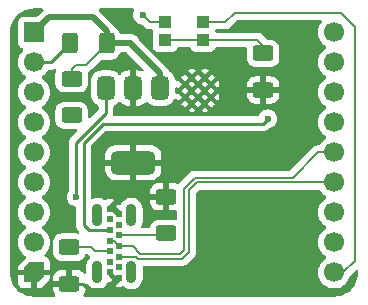
<source format=gbr>
%TF.GenerationSoftware,KiCad,Pcbnew,8.0.4*%
%TF.CreationDate,2024-07-30T16:46:49-04:00*%
%TF.ProjectId,esp32-c3-wroom-socket,65737033-322d-4633-932d-77726f6f6d2d,rev?*%
%TF.SameCoordinates,Original*%
%TF.FileFunction,Copper,L2,Bot*%
%TF.FilePolarity,Positive*%
%FSLAX46Y46*%
G04 Gerber Fmt 4.6, Leading zero omitted, Abs format (unit mm)*
G04 Created by KiCad (PCBNEW 8.0.4) date 2024-07-30 16:46:49*
%MOMM*%
%LPD*%
G01*
G04 APERTURE LIST*
G04 Aperture macros list*
%AMRoundRect*
0 Rectangle with rounded corners*
0 $1 Rounding radius*
0 $2 $3 $4 $5 $6 $7 $8 $9 X,Y pos of 4 corners*
0 Add a 4 corners polygon primitive as box body*
4,1,4,$2,$3,$4,$5,$6,$7,$8,$9,$2,$3,0*
0 Add four circle primitives for the rounded corners*
1,1,$1+$1,$2,$3*
1,1,$1+$1,$4,$5*
1,1,$1+$1,$6,$7*
1,1,$1+$1,$8,$9*
0 Add four rect primitives between the rounded corners*
20,1,$1+$1,$2,$3,$4,$5,0*
20,1,$1+$1,$4,$5,$6,$7,0*
20,1,$1+$1,$6,$7,$8,$9,0*
20,1,$1+$1,$8,$9,$2,$3,0*%
%AMOutline5P*
0 Free polygon, 5 corners , with rotation*
0 The origin of the aperture is its center*
0 number of corners: always 5*
0 $1 to $10 corner X, Y*
0 $11 Rotation angle, in degrees counterclockwise*
0 create outline with 5 corners*
4,1,5,$1,$2,$3,$4,$5,$6,$7,$8,$9,$10,$1,$2,$11*%
%AMOutline6P*
0 Free polygon, 6 corners , with rotation*
0 The origin of the aperture is its center*
0 number of corners: always 6*
0 $1 to $12 corner X, Y*
0 $13 Rotation angle, in degrees counterclockwise*
0 create outline with 6 corners*
4,1,6,$1,$2,$3,$4,$5,$6,$7,$8,$9,$10,$11,$12,$1,$2,$13*%
%AMOutline7P*
0 Free polygon, 7 corners , with rotation*
0 The origin of the aperture is its center*
0 number of corners: always 7*
0 $1 to $14 corner X, Y*
0 $15 Rotation angle, in degrees counterclockwise*
0 create outline with 7 corners*
4,1,7,$1,$2,$3,$4,$5,$6,$7,$8,$9,$10,$11,$12,$13,$14,$1,$2,$15*%
%AMOutline8P*
0 Free polygon, 8 corners , with rotation*
0 The origin of the aperture is its center*
0 number of corners: always 8*
0 $1 to $16 corner X, Y*
0 $17 Rotation angle, in degrees counterclockwise*
0 create outline with 8 corners*
4,1,8,$1,$2,$3,$4,$5,$6,$7,$8,$9,$10,$11,$12,$13,$14,$15,$16,$1,$2,$17*%
G04 Aperture macros list end*
%TA.AperFunction,SMDPad,CuDef*%
%ADD10RoundRect,0.250000X-0.625000X0.400000X-0.625000X-0.400000X0.625000X-0.400000X0.625000X0.400000X0*%
%TD*%
%TA.AperFunction,ComponentPad*%
%ADD11C,0.400000*%
%TD*%
%TA.AperFunction,ComponentPad*%
%ADD12R,1.700000X1.700000*%
%TD*%
%TA.AperFunction,ComponentPad*%
%ADD13C,1.700000*%
%TD*%
%TA.AperFunction,ComponentPad*%
%ADD14Outline6P,-0.850000X0.340000X-0.340000X0.850000X0.850000X0.850000X0.850000X-0.340000X0.340000X-0.850000X-0.850000X-0.850000X0.000000*%
%TD*%
%TA.AperFunction,SMDPad,CuDef*%
%ADD15R,1.117600X1.041400*%
%TD*%
%TA.AperFunction,SMDPad,CuDef*%
%ADD16RoundRect,0.375000X-0.375000X0.625000X-0.375000X-0.625000X0.375000X-0.625000X0.375000X0.625000X0*%
%TD*%
%TA.AperFunction,SMDPad,CuDef*%
%ADD17RoundRect,0.500000X-1.400000X0.500000X-1.400000X-0.500000X1.400000X-0.500000X1.400000X0.500000X0*%
%TD*%
%TA.AperFunction,SMDPad,CuDef*%
%ADD18RoundRect,0.250000X0.400000X0.625000X-0.400000X0.625000X-0.400000X-0.625000X0.400000X-0.625000X0*%
%TD*%
%TA.AperFunction,SMDPad,CuDef*%
%ADD19RoundRect,0.250000X0.625000X-0.400000X0.625000X0.400000X-0.625000X0.400000X-0.625000X-0.400000X0*%
%TD*%
%TA.AperFunction,ComponentPad*%
%ADD20C,0.609600*%
%TD*%
%TA.AperFunction,ComponentPad*%
%ADD21O,0.914400X1.905000*%
%TD*%
%TA.AperFunction,ViaPad*%
%ADD22C,0.600000*%
%TD*%
%TA.AperFunction,Conductor*%
%ADD23C,0.200000*%
%TD*%
%TA.AperFunction,Conductor*%
%ADD24C,0.250000*%
%TD*%
%TA.AperFunction,Conductor*%
%ADD25C,0.500000*%
%TD*%
G04 APERTURE END LIST*
D10*
%TO.P,R8,2*%
%TO.N,GPIO9*%
X147200000Y-66500000D03*
%TO.P,R8,1*%
%TO.N,3V3*%
X147200000Y-63400000D03*
%TD*%
D11*
%TO.P,U1,28,GND__10*%
%TO.N,GND*%
X157350000Y-63300000D03*
%TO.P,U1,29,GND__11*%
X158450000Y-63300000D03*
%TO.P,U1,30,GND__12*%
X156800000Y-63850000D03*
%TO.P,U1,31,GND__13*%
X157900000Y-63850000D03*
%TO.P,U1,32,GND__14*%
X159000000Y-63850000D03*
%TO.P,U1,33,GND__15*%
X157350000Y-64400000D03*
%TO.P,U1,34,GND__16*%
X158450000Y-64400000D03*
%TO.P,U1,35,GND__17*%
X156800000Y-64950000D03*
%TO.P,U1,36,GND__18*%
X157900000Y-64950000D03*
%TO.P,U1,37,GND__19*%
X159000000Y-64950000D03*
%TO.P,U1,38,GND__20*%
X157350000Y-65500000D03*
%TO.P,U1,39,GND__21*%
X158450000Y-65500000D03*
%TD*%
D12*
%TO.P,J2,1*%
%TO.N,3V3*%
X144010000Y-59480000D03*
D13*
%TO.P,J2,2*%
%TO.N,EN*%
X144010000Y-62020000D03*
%TO.P,J2,3*%
%TO.N,GPIO4*%
X144010000Y-64560000D03*
%TO.P,J2,4*%
%TO.N,GPIO5*%
X144010000Y-67100000D03*
%TO.P,J2,5*%
%TO.N,GPIO6*%
X144010000Y-69640000D03*
%TO.P,J2,6*%
%TO.N,GPIO7*%
X144010000Y-72180000D03*
%TO.P,J2,7*%
%TO.N,GPIO8*%
X144010000Y-74720000D03*
%TO.P,J2,8*%
%TO.N,GPIO9*%
X144010000Y-77260000D03*
D14*
%TO.P,J2,9*%
%TO.N,GND*%
X144010000Y-79800000D03*
D13*
%TO.P,J2,10*%
%TO.N,GPIO10*%
X169410000Y-79800000D03*
%TO.P,J2,11*%
%TO.N,UART-RX*%
X169410000Y-77260000D03*
%TO.P,J2,12*%
%TO.N,UART-TX*%
X169410000Y-74720000D03*
%TO.P,J2,13*%
%TO.N,USB_D-*%
X169410000Y-72180000D03*
%TO.P,J2,14*%
%TO.N,USB_D+*%
X169410000Y-69640000D03*
%TO.P,J2,15*%
%TO.N,GPIO3*%
X169410000Y-67100000D03*
%TO.P,J2,16*%
%TO.N,GPIO2*%
X169410000Y-64560000D03*
%TO.P,J2,17*%
%TO.N,GPIO1*%
X169410000Y-62020000D03*
%TO.P,J2,18*%
%TO.N,GPIO0*%
X169410000Y-59480000D03*
%TD*%
D15*
%TO.P,LED1,1,GND*%
%TO.N,Net-(LED1-GND-Pad1)*%
X155109800Y-60100002D03*
%TO.P,LED1,2,RED*%
%TO.N,3V3*%
X155109800Y-58600000D03*
%TO.P,LED1,3,GRN*%
%TO.N,GPIO10*%
X158310200Y-58600000D03*
%TO.P,LED1,4,GND*%
%TO.N,Net-(LED1-GND-Pad1)*%
X158310200Y-60100002D03*
%TD*%
D16*
%TO.P,U2,3,VO*%
%TO.N,3V3*%
X154700000Y-64200000D03*
D17*
%TO.P,U2,2,GND*%
%TO.N,GND*%
X152400000Y-70500000D03*
D16*
X152400000Y-64200000D03*
%TO.P,U2,1,VI*%
%TO.N,VBUS*%
X150100000Y-64200000D03*
%TD*%
D18*
%TO.P,R1,1*%
%TO.N,3V3*%
X150150000Y-60400000D03*
%TO.P,R1,2*%
%TO.N,EN*%
X147050000Y-60400000D03*
%TD*%
D10*
%TO.P,R5,1*%
%TO.N,Net-(J3-CC1)*%
X147000000Y-77650000D03*
%TO.P,R5,2*%
%TO.N,GND*%
X147000000Y-80750000D03*
%TD*%
D19*
%TO.P,R4,1*%
%TO.N,GND*%
X163400000Y-64350000D03*
%TO.P,R4,2*%
%TO.N,Net-(LED1-GND-Pad1)*%
X163400000Y-61250000D03*
%TD*%
D10*
%TO.P,R6,2*%
%TO.N,Net-(J3-CC2)*%
X155200000Y-76500000D03*
%TO.P,R6,1*%
%TO.N,GND*%
X155200000Y-73400000D03*
%TD*%
D20*
%TO.P,J3,A1,GND*%
%TO.N,GND*%
X150419999Y-79799999D03*
%TO.P,J3,A4,VBUS*%
%TO.N,VBUS*%
X150419999Y-78899998D03*
%TO.P,J3,A5,CC1*%
%TO.N,Net-(J3-CC1)*%
X150419999Y-78000000D03*
%TO.P,J3,A6,DP1*%
%TO.N,USB_D+*%
X150419999Y-77099999D03*
%TO.P,J3,A7,DN1*%
%TO.N,USB_D-*%
X150419999Y-76199999D03*
%TO.P,J3,A9,VBUS*%
%TO.N,VBUS*%
X150419999Y-75300000D03*
%TO.P,J3,A12,GND*%
%TO.N,GND*%
X150419999Y-74400000D03*
%TO.P,J3,B1,GND*%
X151200000Y-74850000D03*
%TO.P,J3,B4,VBUS*%
%TO.N,VBUS*%
X151200000Y-75750000D03*
%TO.P,J3,B5,CC2*%
%TO.N,Net-(J3-CC2)*%
X151200000Y-76650000D03*
%TO.P,J3,B6,DP2*%
%TO.N,USB_D+*%
X151200000Y-77550000D03*
%TO.P,J3,B7,DN2*%
%TO.N,USB_D-*%
X151200000Y-78450000D03*
%TO.P,J3,B9,VBUS*%
%TO.N,VBUS*%
X151200000Y-79350000D03*
%TO.P,J3,B12,GND*%
%TO.N,GND*%
X151200000Y-80250000D03*
D21*
%TO.P,J3,S_1*%
%TO.N,N/C*%
X149379999Y-79749999D03*
%TO.P,J3,S_2*%
X152239999Y-79749999D03*
%TO.P,J3,S_3*%
X149379999Y-74950000D03*
%TO.P,J3,S_4*%
X152239999Y-74950000D03*
%TD*%
D22*
%TO.N,GND*%
X151000000Y-68400000D03*
X153400000Y-68400000D03*
X152600000Y-68400000D03*
X151800000Y-68400000D03*
%TO.N,3V3*%
X152150000Y-60400000D03*
%TO.N,GND*%
X163000000Y-74600000D03*
X157800000Y-68600000D03*
X161400000Y-74600000D03*
X159400000Y-68600000D03*
X154000000Y-81200000D03*
X155200000Y-81200000D03*
X158600000Y-68600000D03*
X162200000Y-74600000D03*
X160200000Y-68600000D03*
%TO.N,VBUS*%
X147575000Y-73400000D03*
%TO.N,USB_D-*%
X163800000Y-66800000D03*
%TO.N,3V3*%
X153200000Y-58000000D03*
%TD*%
D23*
%TO.N,Net-(J3-CC2)*%
X151200000Y-76650000D02*
X155050000Y-76650000D01*
X155050000Y-76650000D02*
X155200000Y-76500000D01*
D24*
%TO.N,VBUS*%
X147575000Y-68825000D02*
X150100000Y-66300000D01*
X147575000Y-73400000D02*
X147575000Y-68825000D01*
X150100000Y-66300000D02*
X150100000Y-64200000D01*
%TO.N,USB_D-*%
X150392498Y-76227500D02*
X150419999Y-76199999D01*
X148627500Y-76227500D02*
X150392498Y-76227500D01*
X149836396Y-67200000D02*
X148200000Y-68836396D01*
X148200000Y-68836396D02*
X148200000Y-75800000D01*
X163400000Y-67200000D02*
X149836396Y-67200000D01*
X163800000Y-66800000D02*
X163400000Y-67200000D01*
X148200000Y-75800000D02*
X148627500Y-76227500D01*
D23*
%TO.N,3V3*%
X150150000Y-60450000D02*
X150150000Y-60400000D01*
X148400000Y-62200000D02*
X150150000Y-60450000D01*
X147600000Y-62200000D02*
X148400000Y-62200000D01*
X147200000Y-62600000D02*
X147600000Y-62200000D01*
X147200000Y-63850000D02*
X147200000Y-62600000D01*
D25*
X152150000Y-60400000D02*
X150150000Y-60400000D01*
X154700000Y-62950000D02*
X152150000Y-60400000D01*
X154700000Y-64200000D02*
X154700000Y-62950000D01*
X150150000Y-59350000D02*
X149000000Y-58200000D01*
X150150000Y-60400000D02*
X150150000Y-59350000D01*
X149000000Y-58200000D02*
X145290000Y-58200000D01*
X145290000Y-58200000D02*
X144010000Y-59480000D01*
D24*
%TO.N,EN*%
X145430000Y-62020000D02*
X144010000Y-62020000D01*
X147050000Y-60400000D02*
X145430000Y-62020000D01*
D23*
%TO.N,Net-(LED1-GND-Pad1)*%
X163400000Y-60600000D02*
X163400000Y-61250000D01*
X162900002Y-60100002D02*
X163400000Y-60600000D01*
X158310200Y-60100002D02*
X162900002Y-60100002D01*
%TO.N,3V3*%
X153800000Y-58600000D02*
X153200000Y-58000000D01*
X155109800Y-58600000D02*
X153800000Y-58600000D01*
%TO.N,GPIO10*%
X171200000Y-59000000D02*
X170000000Y-57800000D01*
X161000000Y-57800000D02*
X160200000Y-58600000D01*
X171200000Y-78800000D02*
X171200000Y-59000000D01*
X170200000Y-79800000D02*
X171200000Y-78800000D01*
X160200000Y-58600000D02*
X158310200Y-58600000D01*
X169410000Y-79800000D02*
X170200000Y-79800000D01*
X170000000Y-57800000D02*
X161000000Y-57800000D01*
D24*
%TO.N,GND*%
X150419999Y-79799999D02*
X150870000Y-80250000D01*
D25*
X151200000Y-74850000D02*
X150750000Y-74400000D01*
D24*
X148150000Y-80750000D02*
X147000000Y-80750000D01*
X150250000Y-81200000D02*
X148600000Y-81200000D01*
D25*
X147402499Y-81152499D02*
X147000000Y-80750000D01*
D24*
X151200000Y-80250000D02*
X150250000Y-81200000D01*
X148600000Y-81200000D02*
X148150000Y-80750000D01*
X150870000Y-80250000D02*
X151200000Y-80250000D01*
D25*
X150750000Y-74400000D02*
X150419999Y-74400000D01*
D23*
%TO.N,USB_D+*%
X150749999Y-77099999D02*
X151200000Y-77550000D01*
X165920000Y-71780000D02*
X168060000Y-69640000D01*
X153000000Y-78200000D02*
X156400000Y-78200000D01*
X156400000Y-78200000D02*
X156700000Y-77900000D01*
X156700000Y-72700000D02*
X157620000Y-71780000D01*
X151200000Y-77550000D02*
X152350000Y-77550000D01*
X157620000Y-71780000D02*
X165920000Y-71780000D01*
X156700000Y-77900000D02*
X156700000Y-72700000D01*
X152350000Y-77550000D02*
X153000000Y-78200000D01*
X150419999Y-77099999D02*
X150749999Y-77099999D01*
X168060000Y-69640000D02*
X169410000Y-69640000D01*
%TO.N,USB_D-*%
X157125000Y-73255000D02*
X157125000Y-72840686D01*
X151200000Y-78450000D02*
X152648959Y-78450000D01*
X156576041Y-78625000D02*
X157125000Y-78076041D01*
X157785686Y-72180000D02*
X169410000Y-72180000D01*
X157125000Y-78076041D02*
X157125000Y-73255000D01*
X152823959Y-78625000D02*
X156576041Y-78625000D01*
X152648959Y-78450000D02*
X152823959Y-78625000D01*
X157125000Y-72840686D02*
X157785686Y-72180000D01*
%TO.N,3V3*%
X144030000Y-59500000D02*
X144010000Y-59480000D01*
%TO.N,Net-(LED1-GND-Pad1)*%
X155109800Y-60100002D02*
X158310200Y-60100002D01*
%TO.N,Net-(J3-CC1)*%
X150419999Y-78000000D02*
X149200000Y-78000000D01*
X149200000Y-78000000D02*
X148850000Y-77650000D01*
X148850000Y-77650000D02*
X147000000Y-77650000D01*
%TD*%
%TA.AperFunction,Conductor*%
%TO.N,GND*%
G36*
X144755809Y-57460185D02*
G01*
X144801564Y-57512989D01*
X144811508Y-57582147D01*
X144782483Y-57645703D01*
X144776451Y-57652181D01*
X144335450Y-58093181D01*
X144274127Y-58126666D01*
X144247769Y-58129500D01*
X143112129Y-58129500D01*
X143112123Y-58129501D01*
X143052516Y-58135908D01*
X142917671Y-58186202D01*
X142917664Y-58186206D01*
X142802455Y-58272452D01*
X142802452Y-58272455D01*
X142716206Y-58387664D01*
X142716202Y-58387671D01*
X142665908Y-58522517D01*
X142659501Y-58582116D01*
X142659500Y-58582135D01*
X142659500Y-60377870D01*
X142659501Y-60377876D01*
X142665908Y-60437483D01*
X142716202Y-60572328D01*
X142716206Y-60572335D01*
X142802452Y-60687544D01*
X142802455Y-60687547D01*
X142917664Y-60773793D01*
X142917671Y-60773797D01*
X143049081Y-60822810D01*
X143105015Y-60864681D01*
X143129432Y-60930145D01*
X143114580Y-60998418D01*
X143093430Y-61026673D01*
X142971503Y-61148600D01*
X142835965Y-61342169D01*
X142835964Y-61342171D01*
X142736098Y-61556335D01*
X142736094Y-61556344D01*
X142674938Y-61784586D01*
X142674936Y-61784596D01*
X142654341Y-62019999D01*
X142654341Y-62020000D01*
X142674936Y-62255403D01*
X142674938Y-62255413D01*
X142736094Y-62483655D01*
X142736096Y-62483659D01*
X142736097Y-62483663D01*
X142827893Y-62680519D01*
X142835965Y-62697830D01*
X142835967Y-62697834D01*
X142895713Y-62783159D01*
X142971501Y-62891396D01*
X142971506Y-62891402D01*
X143138597Y-63058493D01*
X143138603Y-63058498D01*
X143324158Y-63188425D01*
X143367783Y-63243002D01*
X143374977Y-63312500D01*
X143343454Y-63374855D01*
X143324158Y-63391575D01*
X143138597Y-63521505D01*
X142971505Y-63688597D01*
X142835965Y-63882169D01*
X142835964Y-63882171D01*
X142736098Y-64096335D01*
X142736094Y-64096344D01*
X142674938Y-64324586D01*
X142674936Y-64324596D01*
X142654341Y-64559999D01*
X142654341Y-64560000D01*
X142674936Y-64795403D01*
X142674938Y-64795413D01*
X142736094Y-65023655D01*
X142736096Y-65023659D01*
X142736097Y-65023663D01*
X142820500Y-65204665D01*
X142835965Y-65237830D01*
X142835967Y-65237834D01*
X142930497Y-65372836D01*
X142960150Y-65415185D01*
X142971501Y-65431395D01*
X142971506Y-65431402D01*
X143138597Y-65598493D01*
X143138603Y-65598498D01*
X143324158Y-65728425D01*
X143367783Y-65783002D01*
X143374977Y-65852500D01*
X143343454Y-65914855D01*
X143324158Y-65931575D01*
X143138597Y-66061505D01*
X142971505Y-66228597D01*
X142835965Y-66422169D01*
X142835964Y-66422171D01*
X142736098Y-66636335D01*
X142736094Y-66636344D01*
X142674938Y-66864586D01*
X142674936Y-66864596D01*
X142654341Y-67099999D01*
X142654341Y-67100000D01*
X142674936Y-67335403D01*
X142674938Y-67335413D01*
X142736094Y-67563655D01*
X142736096Y-67563659D01*
X142736097Y-67563663D01*
X142793077Y-67685857D01*
X142835965Y-67777830D01*
X142835967Y-67777834D01*
X142971501Y-67971395D01*
X142971506Y-67971402D01*
X143138597Y-68138493D01*
X143138603Y-68138498D01*
X143324158Y-68268425D01*
X143367783Y-68323002D01*
X143374977Y-68392500D01*
X143343454Y-68454855D01*
X143324158Y-68471575D01*
X143138597Y-68601505D01*
X142971505Y-68768597D01*
X142835965Y-68962169D01*
X142835964Y-68962171D01*
X142736098Y-69176335D01*
X142736094Y-69176344D01*
X142674938Y-69404586D01*
X142674936Y-69404596D01*
X142654341Y-69639999D01*
X142654341Y-69640000D01*
X142674936Y-69875403D01*
X142674938Y-69875413D01*
X142736094Y-70103655D01*
X142736096Y-70103659D01*
X142736097Y-70103663D01*
X142804335Y-70250000D01*
X142835965Y-70317830D01*
X142835967Y-70317834D01*
X142918848Y-70436199D01*
X142971501Y-70511396D01*
X142971506Y-70511402D01*
X143138597Y-70678493D01*
X143138603Y-70678498D01*
X143324158Y-70808425D01*
X143367783Y-70863002D01*
X143374977Y-70932500D01*
X143343454Y-70994855D01*
X143324158Y-71011575D01*
X143138597Y-71141505D01*
X142971505Y-71308597D01*
X142835965Y-71502169D01*
X142835964Y-71502171D01*
X142736098Y-71716335D01*
X142736094Y-71716344D01*
X142674938Y-71944586D01*
X142674936Y-71944596D01*
X142654341Y-72179999D01*
X142654341Y-72180000D01*
X142674936Y-72415403D01*
X142674938Y-72415413D01*
X142736094Y-72643655D01*
X142736096Y-72643659D01*
X142736097Y-72643663D01*
X142801227Y-72783334D01*
X142835965Y-72857830D01*
X142835967Y-72857834D01*
X142880279Y-72921117D01*
X142970857Y-73050476D01*
X142971501Y-73051395D01*
X142971506Y-73051402D01*
X143138597Y-73218493D01*
X143138603Y-73218498D01*
X143324158Y-73348425D01*
X143367783Y-73403002D01*
X143374977Y-73472500D01*
X143343454Y-73534855D01*
X143324158Y-73551575D01*
X143138597Y-73681505D01*
X142971505Y-73848597D01*
X142835965Y-74042169D01*
X142835964Y-74042171D01*
X142736098Y-74256335D01*
X142736094Y-74256344D01*
X142674938Y-74484586D01*
X142674936Y-74484596D01*
X142654341Y-74719999D01*
X142654341Y-74720000D01*
X142674936Y-74955403D01*
X142674938Y-74955413D01*
X142736094Y-75183655D01*
X142736096Y-75183659D01*
X142736097Y-75183663D01*
X142760092Y-75235120D01*
X142835965Y-75397830D01*
X142835967Y-75397834D01*
X142971501Y-75591395D01*
X142971506Y-75591402D01*
X143138597Y-75758493D01*
X143138603Y-75758498D01*
X143324158Y-75888425D01*
X143367783Y-75943002D01*
X143374977Y-76012500D01*
X143343454Y-76074855D01*
X143324158Y-76091575D01*
X143138597Y-76221505D01*
X142971505Y-76388597D01*
X142835965Y-76582169D01*
X142835964Y-76582171D01*
X142736098Y-76796335D01*
X142736094Y-76796344D01*
X142674938Y-77024586D01*
X142674936Y-77024596D01*
X142654341Y-77259999D01*
X142654341Y-77260000D01*
X142674936Y-77495403D01*
X142674938Y-77495413D01*
X142736094Y-77723655D01*
X142736096Y-77723659D01*
X142736097Y-77723663D01*
X142820500Y-77904665D01*
X142835965Y-77937830D01*
X142835967Y-77937834D01*
X142877385Y-77996984D01*
X142971505Y-78131401D01*
X143138599Y-78298495D01*
X143250843Y-78377089D01*
X143297395Y-78409685D01*
X143341019Y-78464262D01*
X143348212Y-78533761D01*
X143316690Y-78596115D01*
X143313952Y-78598941D01*
X142777504Y-79135389D01*
X142777492Y-79135403D01*
X142725570Y-79202241D01*
X142725570Y-79202242D01*
X142670549Y-79335075D01*
X142660000Y-79419058D01*
X142660000Y-79550000D01*
X143576988Y-79550000D01*
X143544075Y-79607007D01*
X143510000Y-79734174D01*
X143510000Y-79865826D01*
X143544075Y-79992993D01*
X143576988Y-80050000D01*
X142660000Y-80050000D01*
X142660000Y-80697844D01*
X142666401Y-80757372D01*
X142666403Y-80757379D01*
X142716645Y-80892086D01*
X142716649Y-80892093D01*
X142802809Y-81007187D01*
X142802812Y-81007190D01*
X142917906Y-81093350D01*
X142917913Y-81093354D01*
X143052620Y-81143596D01*
X143052627Y-81143598D01*
X143112155Y-81149999D01*
X143112172Y-81150000D01*
X143760000Y-81150000D01*
X143760000Y-80233012D01*
X143817007Y-80265925D01*
X143944174Y-80300000D01*
X144075826Y-80300000D01*
X144202993Y-80265925D01*
X144260000Y-80233012D01*
X144260000Y-81150000D01*
X144390942Y-81150000D01*
X144390943Y-81149999D01*
X144474925Y-81139450D01*
X144607758Y-81084429D01*
X144674596Y-81032507D01*
X144674609Y-81032496D01*
X145242496Y-80464609D01*
X145242507Y-80464596D01*
X145294429Y-80397758D01*
X145294429Y-80397757D01*
X145334916Y-80300013D01*
X145625000Y-80300013D01*
X145625000Y-80500000D01*
X146750000Y-80500000D01*
X146750000Y-79600000D01*
X146325028Y-79600000D01*
X146325012Y-79600001D01*
X146222302Y-79610494D01*
X146055880Y-79665641D01*
X146055875Y-79665643D01*
X145906654Y-79757684D01*
X145782684Y-79881654D01*
X145690643Y-80030875D01*
X145690641Y-80030880D01*
X145635494Y-80197302D01*
X145635493Y-80197309D01*
X145625000Y-80300013D01*
X145334916Y-80300013D01*
X145349450Y-80264924D01*
X145359999Y-80180941D01*
X145360000Y-80180935D01*
X145360000Y-80050000D01*
X144443012Y-80050000D01*
X144475925Y-79992993D01*
X144510000Y-79865826D01*
X144510000Y-79734174D01*
X144475925Y-79607007D01*
X144443012Y-79550000D01*
X145360000Y-79550000D01*
X145360000Y-78902172D01*
X145359999Y-78902155D01*
X145353598Y-78842627D01*
X145353596Y-78842620D01*
X145303354Y-78707913D01*
X145303350Y-78707906D01*
X145217190Y-78592812D01*
X145217187Y-78592809D01*
X145102093Y-78506649D01*
X145102088Y-78506646D01*
X144970528Y-78457577D01*
X144914595Y-78415705D01*
X144890178Y-78350241D01*
X144905030Y-78281968D01*
X144926175Y-78253720D01*
X145048495Y-78131401D01*
X145184035Y-77937830D01*
X145283903Y-77723663D01*
X145345063Y-77495408D01*
X145365659Y-77260000D01*
X145364855Y-77250816D01*
X145353354Y-77119358D01*
X145345063Y-77024592D01*
X145283903Y-76796337D01*
X145184035Y-76582171D01*
X145172142Y-76565185D01*
X145048494Y-76388597D01*
X144881402Y-76221506D01*
X144881396Y-76221501D01*
X144695842Y-76091575D01*
X144652217Y-76036998D01*
X144645023Y-75967500D01*
X144676546Y-75905145D01*
X144695842Y-75888425D01*
X144734145Y-75861605D01*
X144881401Y-75758495D01*
X145048495Y-75591401D01*
X145184035Y-75397830D01*
X145283903Y-75183663D01*
X145345063Y-74955408D01*
X145365659Y-74720000D01*
X145345063Y-74484592D01*
X145289643Y-74277760D01*
X145283905Y-74256344D01*
X145283904Y-74256343D01*
X145283903Y-74256337D01*
X145184035Y-74042171D01*
X145182078Y-74039375D01*
X145048494Y-73848597D01*
X144881402Y-73681506D01*
X144881396Y-73681501D01*
X144695842Y-73551575D01*
X144652217Y-73496998D01*
X144645023Y-73427500D01*
X144676546Y-73365145D01*
X144695842Y-73348425D01*
X144718026Y-73332891D01*
X144881401Y-73218495D01*
X145048495Y-73051401D01*
X145184035Y-72857830D01*
X145283903Y-72643663D01*
X145345063Y-72415408D01*
X145365659Y-72180000D01*
X145345063Y-71944592D01*
X145283903Y-71716337D01*
X145184035Y-71502171D01*
X145184034Y-71502169D01*
X145048494Y-71308597D01*
X144881402Y-71141506D01*
X144881396Y-71141501D01*
X144695842Y-71011575D01*
X144652217Y-70956998D01*
X144645023Y-70887500D01*
X144676546Y-70825145D01*
X144695842Y-70808425D01*
X144779281Y-70750000D01*
X144881401Y-70678495D01*
X145048495Y-70511401D01*
X145184035Y-70317830D01*
X145283903Y-70103663D01*
X145345063Y-69875408D01*
X145365659Y-69640000D01*
X145345063Y-69404592D01*
X145283903Y-69176337D01*
X145184035Y-68962171D01*
X145184034Y-68962169D01*
X145048494Y-68768597D01*
X144881402Y-68601506D01*
X144881396Y-68601501D01*
X144695842Y-68471575D01*
X144652217Y-68416998D01*
X144645023Y-68347500D01*
X144676546Y-68285145D01*
X144695842Y-68268425D01*
X144718026Y-68252891D01*
X144881401Y-68138495D01*
X145048495Y-67971401D01*
X145184035Y-67777830D01*
X145283903Y-67563663D01*
X145345063Y-67335408D01*
X145365659Y-67100000D01*
X145345063Y-66864592D01*
X145283903Y-66636337D01*
X145184035Y-66422171D01*
X145169395Y-66401262D01*
X145048494Y-66228597D01*
X144881402Y-66061506D01*
X144881396Y-66061501D01*
X144695842Y-65931575D01*
X144652217Y-65876998D01*
X144645023Y-65807500D01*
X144676546Y-65745145D01*
X144695842Y-65728425D01*
X144736437Y-65700000D01*
X144881401Y-65598495D01*
X145048495Y-65431401D01*
X145184035Y-65237830D01*
X145283903Y-65023663D01*
X145345063Y-64795408D01*
X145365659Y-64560000D01*
X145364830Y-64550530D01*
X145351023Y-64392712D01*
X145345063Y-64324592D01*
X145292047Y-64126730D01*
X145283905Y-64096344D01*
X145283904Y-64096343D01*
X145283903Y-64096337D01*
X145184035Y-63882171D01*
X145161515Y-63850008D01*
X145048494Y-63688597D01*
X144881402Y-63521506D01*
X144881396Y-63521501D01*
X144695842Y-63391575D01*
X144652217Y-63336998D01*
X144645023Y-63267500D01*
X144676546Y-63205145D01*
X144695842Y-63188425D01*
X144718105Y-63172836D01*
X144881401Y-63058495D01*
X145048495Y-62891401D01*
X145183652Y-62698377D01*
X145238229Y-62654752D01*
X145285227Y-62645500D01*
X145491607Y-62645500D01*
X145552029Y-62633481D01*
X145612452Y-62621463D01*
X145612455Y-62621461D01*
X145612458Y-62621461D01*
X145645787Y-62607654D01*
X145645786Y-62607654D01*
X145645792Y-62607652D01*
X145706699Y-62582424D01*
X145776166Y-62574958D01*
X145838645Y-62606234D01*
X145874296Y-62666324D01*
X145871853Y-62735991D01*
X145835001Y-62847203D01*
X145835000Y-62847204D01*
X145824500Y-62949983D01*
X145824500Y-63850001D01*
X145824501Y-63850019D01*
X145835000Y-63952796D01*
X145835001Y-63952799D01*
X145890185Y-64119331D01*
X145890187Y-64119336D01*
X145925069Y-64175888D01*
X145982288Y-64268656D01*
X146106344Y-64392712D01*
X146255666Y-64484814D01*
X146422203Y-64539999D01*
X146524991Y-64550500D01*
X147875008Y-64550499D01*
X147977797Y-64539999D01*
X148144334Y-64484814D01*
X148293656Y-64392712D01*
X148417712Y-64268656D01*
X148509814Y-64119334D01*
X148564999Y-63952797D01*
X148575500Y-63850009D01*
X148575499Y-62949992D01*
X148568423Y-62880722D01*
X148581193Y-62812030D01*
X148629073Y-62761145D01*
X148629778Y-62760736D01*
X148681899Y-62730642D01*
X148681904Y-62730639D01*
X148768716Y-62680520D01*
X148880520Y-62568716D01*
X148880520Y-62568714D01*
X148890728Y-62558507D01*
X148890729Y-62558504D01*
X149637419Y-61811815D01*
X149698738Y-61778333D01*
X149725086Y-61775499D01*
X150600008Y-61775499D01*
X150600016Y-61775498D01*
X150600019Y-61775498D01*
X150656302Y-61769748D01*
X150702797Y-61764999D01*
X150869334Y-61709814D01*
X151018656Y-61617712D01*
X151142712Y-61493656D01*
X151234814Y-61344334D01*
X151270879Y-61235494D01*
X151310652Y-61178051D01*
X151375167Y-61151228D01*
X151388585Y-61150500D01*
X151787770Y-61150500D01*
X151854809Y-61170185D01*
X151875451Y-61186819D01*
X152750948Y-62062316D01*
X153255812Y-62567179D01*
X153289297Y-62628502D01*
X153284313Y-62698194D01*
X153242441Y-62754127D01*
X153176977Y-62778544D01*
X153113037Y-62765949D01*
X153078519Y-62748830D01*
X152893824Y-62702897D01*
X152851097Y-62700000D01*
X152650000Y-62700000D01*
X152650000Y-65700000D01*
X152851097Y-65700000D01*
X152893824Y-65697102D01*
X153078523Y-65651168D01*
X153249022Y-65566609D01*
X153249025Y-65566607D01*
X153397366Y-65447367D01*
X153397367Y-65447366D01*
X153453033Y-65378115D01*
X153510376Y-65338196D01*
X153580198Y-65335616D01*
X153640331Y-65371194D01*
X153646305Y-65378089D01*
X153702278Y-65447722D01*
X153702280Y-65447724D01*
X153850704Y-65567030D01*
X153850707Y-65567032D01*
X154021302Y-65651639D01*
X154021303Y-65651639D01*
X154021307Y-65651641D01*
X154206111Y-65697600D01*
X154248877Y-65700500D01*
X155151122Y-65700499D01*
X155193889Y-65697600D01*
X155378693Y-65651641D01*
X155549296Y-65567030D01*
X155550825Y-65565801D01*
X156467039Y-65565801D01*
X156549953Y-65609317D01*
X156589193Y-65618989D01*
X156649574Y-65654144D01*
X156675461Y-65695414D01*
X156725629Y-65827694D01*
X156731277Y-65835878D01*
X157067157Y-65500000D01*
X157067157Y-65499999D01*
X157037321Y-65470163D01*
X157200000Y-65470163D01*
X157200000Y-65529837D01*
X157222836Y-65584968D01*
X157265032Y-65627164D01*
X157320163Y-65650000D01*
X157379837Y-65650000D01*
X157434968Y-65627164D01*
X157477164Y-65584968D01*
X157500000Y-65529837D01*
X157500000Y-65500000D01*
X157632843Y-65500000D01*
X157900000Y-65767157D01*
X158167157Y-65500000D01*
X158137320Y-65470163D01*
X158300000Y-65470163D01*
X158300000Y-65529837D01*
X158322836Y-65584968D01*
X158365032Y-65627164D01*
X158420163Y-65650000D01*
X158479837Y-65650000D01*
X158534968Y-65627164D01*
X158577164Y-65584968D01*
X158600000Y-65529837D01*
X158600000Y-65500000D01*
X158732843Y-65500000D01*
X159068721Y-65835879D01*
X159074371Y-65827693D01*
X159124538Y-65695415D01*
X159166716Y-65639712D01*
X159210807Y-65618989D01*
X159250043Y-65609318D01*
X159332959Y-65565801D01*
X159000000Y-65232843D01*
X158732843Y-65500000D01*
X158600000Y-65500000D01*
X158600000Y-65470163D01*
X158577164Y-65415032D01*
X158534968Y-65372836D01*
X158479837Y-65350000D01*
X158420163Y-65350000D01*
X158365032Y-65372836D01*
X158322836Y-65415032D01*
X158300000Y-65470163D01*
X158137320Y-65470163D01*
X157900000Y-65232843D01*
X157632843Y-65500000D01*
X157500000Y-65500000D01*
X157500000Y-65470163D01*
X157477164Y-65415032D01*
X157434968Y-65372836D01*
X157379837Y-65350000D01*
X157320163Y-65350000D01*
X157265032Y-65372836D01*
X157222836Y-65415032D01*
X157200000Y-65470163D01*
X157037321Y-65470163D01*
X156800001Y-65232843D01*
X156800000Y-65232843D01*
X156467039Y-65565801D01*
X155550825Y-65565801D01*
X155697722Y-65447722D01*
X155817030Y-65299296D01*
X155898620Y-65134783D01*
X155946038Y-65083474D01*
X156013673Y-65065944D01*
X156080049Y-65087764D01*
X156124091Y-65142005D01*
X156125648Y-65145909D01*
X156175629Y-65277694D01*
X156181277Y-65285878D01*
X156517157Y-64950000D01*
X156517157Y-64949999D01*
X156487321Y-64920163D01*
X156650000Y-64920163D01*
X156650000Y-64979837D01*
X156672836Y-65034968D01*
X156715032Y-65077164D01*
X156770163Y-65100000D01*
X156829837Y-65100000D01*
X156884968Y-65077164D01*
X156927164Y-65034968D01*
X156950000Y-64979837D01*
X156950000Y-64950000D01*
X157082843Y-64950000D01*
X157350000Y-65217157D01*
X157617157Y-64950000D01*
X157587320Y-64920163D01*
X157750000Y-64920163D01*
X157750000Y-64979837D01*
X157772836Y-65034968D01*
X157815032Y-65077164D01*
X157870163Y-65100000D01*
X157929837Y-65100000D01*
X157984968Y-65077164D01*
X158027164Y-65034968D01*
X158050000Y-64979837D01*
X158050000Y-64950000D01*
X158182843Y-64950000D01*
X158450000Y-65217157D01*
X158717157Y-64950000D01*
X158687320Y-64920163D01*
X158850000Y-64920163D01*
X158850000Y-64979837D01*
X158872836Y-65034968D01*
X158915032Y-65077164D01*
X158970163Y-65100000D01*
X159029837Y-65100000D01*
X159084968Y-65077164D01*
X159127164Y-65034968D01*
X159150000Y-64979837D01*
X159150000Y-64949999D01*
X159282843Y-64949999D01*
X159282843Y-64950001D01*
X159618721Y-65285879D01*
X159624370Y-65277694D01*
X159684650Y-65118751D01*
X159684651Y-65118748D01*
X159705141Y-64950000D01*
X159705141Y-64949999D01*
X159686926Y-64799986D01*
X162025001Y-64799986D01*
X162035494Y-64902697D01*
X162090641Y-65069119D01*
X162090643Y-65069124D01*
X162182684Y-65218345D01*
X162306654Y-65342315D01*
X162455875Y-65434356D01*
X162455880Y-65434358D01*
X162622302Y-65489505D01*
X162622309Y-65489506D01*
X162725019Y-65499999D01*
X163149999Y-65499999D01*
X163650000Y-65499999D01*
X164074972Y-65499999D01*
X164074986Y-65499998D01*
X164177697Y-65489505D01*
X164344119Y-65434358D01*
X164344124Y-65434356D01*
X164493345Y-65342315D01*
X164617315Y-65218345D01*
X164709356Y-65069124D01*
X164709358Y-65069119D01*
X164764505Y-64902697D01*
X164764506Y-64902690D01*
X164774999Y-64799986D01*
X164775000Y-64799973D01*
X164775000Y-64600000D01*
X163650000Y-64600000D01*
X163650000Y-65499999D01*
X163149999Y-65499999D01*
X163150000Y-65499998D01*
X163150000Y-64600000D01*
X162025001Y-64600000D01*
X162025001Y-64799986D01*
X159686926Y-64799986D01*
X159684651Y-64781251D01*
X159684650Y-64781245D01*
X159624371Y-64622305D01*
X159618722Y-64614120D01*
X159282843Y-64949999D01*
X159150000Y-64949999D01*
X159150000Y-64920163D01*
X159127164Y-64865032D01*
X159084968Y-64822836D01*
X159029837Y-64800000D01*
X158970163Y-64800000D01*
X158915032Y-64822836D01*
X158872836Y-64865032D01*
X158850000Y-64920163D01*
X158687320Y-64920163D01*
X158450000Y-64682843D01*
X158182843Y-64950000D01*
X158050000Y-64950000D01*
X158050000Y-64920163D01*
X158027164Y-64865032D01*
X157984968Y-64822836D01*
X157929837Y-64800000D01*
X157870163Y-64800000D01*
X157815032Y-64822836D01*
X157772836Y-64865032D01*
X157750000Y-64920163D01*
X157587320Y-64920163D01*
X157350000Y-64682843D01*
X157082843Y-64950000D01*
X156950000Y-64950000D01*
X156950000Y-64920163D01*
X156927164Y-64865032D01*
X156884968Y-64822836D01*
X156829837Y-64800000D01*
X156770163Y-64800000D01*
X156715032Y-64822836D01*
X156672836Y-64865032D01*
X156650000Y-64920163D01*
X156487321Y-64920163D01*
X156181277Y-64614119D01*
X156181276Y-64614119D01*
X156176558Y-64620957D01*
X156122281Y-64664954D01*
X156052833Y-64672623D01*
X155990264Y-64641527D01*
X155954439Y-64581541D01*
X155950499Y-64550535D01*
X155950499Y-64400000D01*
X156532843Y-64400000D01*
X156800000Y-64667157D01*
X157067157Y-64400000D01*
X157037320Y-64370163D01*
X157200000Y-64370163D01*
X157200000Y-64429837D01*
X157222836Y-64484968D01*
X157265032Y-64527164D01*
X157320163Y-64550000D01*
X157379837Y-64550000D01*
X157434968Y-64527164D01*
X157477164Y-64484968D01*
X157500000Y-64429837D01*
X157500000Y-64400000D01*
X157632843Y-64400000D01*
X157900000Y-64667157D01*
X158167157Y-64400000D01*
X158137320Y-64370163D01*
X158300000Y-64370163D01*
X158300000Y-64429837D01*
X158322836Y-64484968D01*
X158365032Y-64527164D01*
X158420163Y-64550000D01*
X158479837Y-64550000D01*
X158534968Y-64527164D01*
X158577164Y-64484968D01*
X158600000Y-64429837D01*
X158600000Y-64400000D01*
X158732843Y-64400000D01*
X159000000Y-64667157D01*
X159267157Y-64400000D01*
X159000000Y-64132843D01*
X158732843Y-64400000D01*
X158600000Y-64400000D01*
X158600000Y-64370163D01*
X158577164Y-64315032D01*
X158534968Y-64272836D01*
X158479837Y-64250000D01*
X158420163Y-64250000D01*
X158365032Y-64272836D01*
X158322836Y-64315032D01*
X158300000Y-64370163D01*
X158137320Y-64370163D01*
X157900000Y-64132843D01*
X157632843Y-64400000D01*
X157500000Y-64400000D01*
X157500000Y-64370163D01*
X157477164Y-64315032D01*
X157434968Y-64272836D01*
X157379837Y-64250000D01*
X157320163Y-64250000D01*
X157265032Y-64272836D01*
X157222836Y-64315032D01*
X157200000Y-64370163D01*
X157037320Y-64370163D01*
X156800000Y-64132843D01*
X156532843Y-64400000D01*
X155950499Y-64400000D01*
X155950499Y-64249466D01*
X155970184Y-64182429D01*
X156022988Y-64136674D01*
X156092146Y-64126730D01*
X156155702Y-64155755D01*
X156176555Y-64179036D01*
X156181277Y-64185878D01*
X156517157Y-63850000D01*
X156517157Y-63849999D01*
X156487321Y-63820163D01*
X156650000Y-63820163D01*
X156650000Y-63879837D01*
X156672836Y-63934968D01*
X156715032Y-63977164D01*
X156770163Y-64000000D01*
X156829837Y-64000000D01*
X156884968Y-63977164D01*
X156927164Y-63934968D01*
X156950000Y-63879837D01*
X156950000Y-63850000D01*
X157082843Y-63850000D01*
X157350000Y-64117157D01*
X157617157Y-63850000D01*
X157587320Y-63820163D01*
X157750000Y-63820163D01*
X157750000Y-63879837D01*
X157772836Y-63934968D01*
X157815032Y-63977164D01*
X157870163Y-64000000D01*
X157929837Y-64000000D01*
X157984968Y-63977164D01*
X158027164Y-63934968D01*
X158050000Y-63879837D01*
X158050000Y-63850000D01*
X158182843Y-63850000D01*
X158450000Y-64117157D01*
X158717157Y-63850000D01*
X158687320Y-63820163D01*
X158850000Y-63820163D01*
X158850000Y-63879837D01*
X158872836Y-63934968D01*
X158915032Y-63977164D01*
X158970163Y-64000000D01*
X159029837Y-64000000D01*
X159084968Y-63977164D01*
X159127164Y-63934968D01*
X159150000Y-63879837D01*
X159150000Y-63849999D01*
X159282843Y-63849999D01*
X159282843Y-63850001D01*
X159618721Y-64185879D01*
X159624370Y-64177694D01*
X159684650Y-64018751D01*
X159684651Y-64018748D01*
X159699068Y-63900013D01*
X162025000Y-63900013D01*
X162025000Y-64100000D01*
X163150000Y-64100000D01*
X163650000Y-64100000D01*
X164774999Y-64100000D01*
X164774999Y-63900028D01*
X164774998Y-63900013D01*
X164764505Y-63797302D01*
X164709358Y-63630880D01*
X164709356Y-63630875D01*
X164617315Y-63481654D01*
X164493345Y-63357684D01*
X164344124Y-63265643D01*
X164344119Y-63265641D01*
X164177697Y-63210494D01*
X164177690Y-63210493D01*
X164074986Y-63200000D01*
X163650000Y-63200000D01*
X163650000Y-64100000D01*
X163150000Y-64100000D01*
X163150000Y-63200000D01*
X162725028Y-63200000D01*
X162725012Y-63200001D01*
X162622302Y-63210494D01*
X162455880Y-63265641D01*
X162455875Y-63265643D01*
X162306654Y-63357684D01*
X162182684Y-63481654D01*
X162090643Y-63630875D01*
X162090641Y-63630880D01*
X162035494Y-63797302D01*
X162035493Y-63797309D01*
X162025000Y-63900013D01*
X159699068Y-63900013D01*
X159705141Y-63850000D01*
X159705141Y-63849999D01*
X159684651Y-63681251D01*
X159684650Y-63681245D01*
X159624371Y-63522305D01*
X159618722Y-63514120D01*
X159618721Y-63514120D01*
X159282843Y-63849999D01*
X159150000Y-63849999D01*
X159150000Y-63820163D01*
X159127164Y-63765032D01*
X159084968Y-63722836D01*
X159029837Y-63700000D01*
X158970163Y-63700000D01*
X158915032Y-63722836D01*
X158872836Y-63765032D01*
X158850000Y-63820163D01*
X158687320Y-63820163D01*
X158450000Y-63582843D01*
X158182843Y-63850000D01*
X158050000Y-63850000D01*
X158050000Y-63820163D01*
X158027164Y-63765032D01*
X157984968Y-63722836D01*
X157929837Y-63700000D01*
X157870163Y-63700000D01*
X157815032Y-63722836D01*
X157772836Y-63765032D01*
X157750000Y-63820163D01*
X157587320Y-63820163D01*
X157350000Y-63582843D01*
X157082843Y-63850000D01*
X156950000Y-63850000D01*
X156950000Y-63820163D01*
X156927164Y-63765032D01*
X156884968Y-63722836D01*
X156829837Y-63700000D01*
X156770163Y-63700000D01*
X156715032Y-63722836D01*
X156672836Y-63765032D01*
X156650000Y-63820163D01*
X156487321Y-63820163D01*
X156181277Y-63514119D01*
X156173834Y-63524906D01*
X156119557Y-63568904D01*
X156050109Y-63576573D01*
X155987540Y-63545478D01*
X155951715Y-63485492D01*
X155948058Y-63462864D01*
X155947600Y-63456114D01*
X155947600Y-63456112D01*
X155940401Y-63427164D01*
X155901641Y-63271307D01*
X155883236Y-63234196D01*
X156467039Y-63234196D01*
X156800000Y-63567157D01*
X157067157Y-63300000D01*
X157067157Y-63299999D01*
X157037321Y-63270163D01*
X157200000Y-63270163D01*
X157200000Y-63329837D01*
X157222836Y-63384968D01*
X157265032Y-63427164D01*
X157320163Y-63450000D01*
X157379837Y-63450000D01*
X157434968Y-63427164D01*
X157477164Y-63384968D01*
X157500000Y-63329837D01*
X157500000Y-63300000D01*
X157632843Y-63300000D01*
X157900000Y-63567157D01*
X158167157Y-63300000D01*
X158137320Y-63270163D01*
X158300000Y-63270163D01*
X158300000Y-63329837D01*
X158322836Y-63384968D01*
X158365032Y-63427164D01*
X158420163Y-63450000D01*
X158479837Y-63450000D01*
X158534968Y-63427164D01*
X158577164Y-63384968D01*
X158600000Y-63329837D01*
X158600000Y-63299999D01*
X158732843Y-63299999D01*
X158732843Y-63300000D01*
X159000000Y-63567157D01*
X159000001Y-63567157D01*
X159332959Y-63234197D01*
X159332959Y-63234196D01*
X159250044Y-63190681D01*
X159250042Y-63190680D01*
X159210803Y-63181008D01*
X159150423Y-63145851D01*
X159124538Y-63104583D01*
X159074371Y-62972305D01*
X159068722Y-62964120D01*
X159068721Y-62964120D01*
X158732843Y-63299999D01*
X158600000Y-63299999D01*
X158600000Y-63270163D01*
X158577164Y-63215032D01*
X158534968Y-63172836D01*
X158479837Y-63150000D01*
X158420163Y-63150000D01*
X158365032Y-63172836D01*
X158322836Y-63215032D01*
X158300000Y-63270163D01*
X158137320Y-63270163D01*
X157900000Y-63032843D01*
X157632843Y-63300000D01*
X157500000Y-63300000D01*
X157500000Y-63270163D01*
X157477164Y-63215032D01*
X157434968Y-63172836D01*
X157379837Y-63150000D01*
X157320163Y-63150000D01*
X157265032Y-63172836D01*
X157222836Y-63215032D01*
X157200000Y-63270163D01*
X157037321Y-63270163D01*
X156731277Y-62964119D01*
X156725629Y-62972303D01*
X156725629Y-62972304D01*
X156675461Y-63104584D01*
X156633282Y-63160286D01*
X156589197Y-63181008D01*
X156549955Y-63190681D01*
X156549951Y-63190682D01*
X156467039Y-63234196D01*
X155883236Y-63234196D01*
X155861655Y-63190682D01*
X155817032Y-63100707D01*
X155817030Y-63100704D01*
X155697722Y-62952278D01*
X155697721Y-62952277D01*
X155549295Y-62832969D01*
X155549292Y-62832967D01*
X155483438Y-62800307D01*
X155432125Y-62752886D01*
X155423971Y-62736672D01*
X155421659Y-62731092D01*
X155421659Y-62731088D01*
X155402235Y-62684196D01*
X157017039Y-62684196D01*
X157350000Y-63017157D01*
X157350001Y-63017157D01*
X157682959Y-62684197D01*
X157682959Y-62684196D01*
X158117039Y-62684196D01*
X158450000Y-63017157D01*
X158450001Y-63017157D01*
X158782959Y-62684197D01*
X158782959Y-62684196D01*
X158700046Y-62640682D01*
X158534994Y-62600000D01*
X158365006Y-62600000D01*
X158199951Y-62640682D01*
X158117039Y-62684196D01*
X157682959Y-62684196D01*
X157600046Y-62640682D01*
X157434994Y-62600000D01*
X157265006Y-62600000D01*
X157099951Y-62640682D01*
X157017039Y-62684196D01*
X155402235Y-62684196D01*
X155367410Y-62600123D01*
X155365766Y-62595526D01*
X155305851Y-62505857D01*
X155305849Y-62505854D01*
X155282954Y-62471587D01*
X154100602Y-61289235D01*
X152903305Y-60091937D01*
X152880656Y-60055864D01*
X152878812Y-60056753D01*
X152875792Y-60050483D01*
X152808673Y-59943664D01*
X152779816Y-59897738D01*
X152652262Y-59770184D01*
X152601605Y-59738354D01*
X152499523Y-59674211D01*
X152329254Y-59614631D01*
X152329249Y-59614630D01*
X152150004Y-59594435D01*
X152149996Y-59594435D01*
X151970750Y-59614630D01*
X151970745Y-59614631D01*
X151890983Y-59642542D01*
X151850028Y-59649500D01*
X151388585Y-59649500D01*
X151321546Y-59629815D01*
X151275791Y-59577011D01*
X151270879Y-59564504D01*
X151234814Y-59455666D01*
X151142712Y-59306344D01*
X151018656Y-59182288D01*
X150883820Y-59099121D01*
X150837097Y-59047174D01*
X150834357Y-59041035D01*
X150824127Y-59016337D01*
X150815084Y-58994505D01*
X150809948Y-58986819D01*
X150732954Y-58871588D01*
X150732953Y-58871587D01*
X150732951Y-58871584D01*
X150628416Y-58767049D01*
X150363629Y-58502262D01*
X149513550Y-57652181D01*
X149480065Y-57590858D01*
X149485049Y-57521166D01*
X149526921Y-57465233D01*
X149592385Y-57440816D01*
X149601231Y-57440500D01*
X152381787Y-57440500D01*
X152448826Y-57460185D01*
X152494581Y-57512989D01*
X152504525Y-57582147D01*
X152486781Y-57630471D01*
X152474212Y-57650474D01*
X152414631Y-57820745D01*
X152414630Y-57820750D01*
X152394435Y-57999996D01*
X152394435Y-58000003D01*
X152414630Y-58179249D01*
X152414631Y-58179254D01*
X152474211Y-58349523D01*
X152570184Y-58502262D01*
X152697738Y-58629816D01*
X152850478Y-58725789D01*
X153020745Y-58785368D01*
X153107669Y-58795161D01*
X153172080Y-58822226D01*
X153181465Y-58830700D01*
X153315139Y-58964374D01*
X153315149Y-58964385D01*
X153319479Y-58968715D01*
X153319480Y-58968716D01*
X153431284Y-59080520D01*
X153507471Y-59124506D01*
X153568215Y-59159577D01*
X153720943Y-59200500D01*
X153960489Y-59200500D01*
X154027528Y-59220185D01*
X154073283Y-59272989D01*
X154076673Y-59281172D01*
X154086183Y-59306673D01*
X154091164Y-59376365D01*
X154086181Y-59393333D01*
X154056909Y-59471816D01*
X154056908Y-59471818D01*
X154050501Y-59531418D01*
X154050500Y-59531437D01*
X154050500Y-60668572D01*
X154050501Y-60668578D01*
X154056908Y-60728185D01*
X154107202Y-60863030D01*
X154107206Y-60863037D01*
X154193452Y-60978246D01*
X154193455Y-60978249D01*
X154308664Y-61064495D01*
X154308671Y-61064499D01*
X154443517Y-61114793D01*
X154443516Y-61114793D01*
X154450444Y-61115537D01*
X154503127Y-61121202D01*
X155716472Y-61121201D01*
X155776083Y-61114793D01*
X155910931Y-61064498D01*
X156026146Y-60978248D01*
X156112396Y-60863033D01*
X156124530Y-60830500D01*
X156142930Y-60781169D01*
X156184801Y-60725235D01*
X156250266Y-60700818D01*
X156259112Y-60700502D01*
X157160888Y-60700502D01*
X157227927Y-60720187D01*
X157273682Y-60772991D01*
X157277070Y-60781169D01*
X157307602Y-60863030D01*
X157307606Y-60863037D01*
X157393852Y-60978246D01*
X157393855Y-60978249D01*
X157509064Y-61064495D01*
X157509071Y-61064499D01*
X157643917Y-61114793D01*
X157643916Y-61114793D01*
X157650844Y-61115537D01*
X157703527Y-61121202D01*
X158916872Y-61121201D01*
X158976483Y-61114793D01*
X159111331Y-61064498D01*
X159226546Y-60978248D01*
X159312796Y-60863033D01*
X159324930Y-60830500D01*
X159343330Y-60781169D01*
X159385201Y-60725235D01*
X159450666Y-60700818D01*
X159459512Y-60700502D01*
X161900500Y-60700502D01*
X161967539Y-60720187D01*
X162013294Y-60772991D01*
X162024500Y-60824502D01*
X162024500Y-61700001D01*
X162024501Y-61700019D01*
X162035000Y-61802796D01*
X162035001Y-61802799D01*
X162090185Y-61969331D01*
X162090186Y-61969334D01*
X162182288Y-62118656D01*
X162306344Y-62242712D01*
X162455666Y-62334814D01*
X162622203Y-62389999D01*
X162724991Y-62400500D01*
X164075008Y-62400499D01*
X164177797Y-62389999D01*
X164344334Y-62334814D01*
X164493656Y-62242712D01*
X164617712Y-62118656D01*
X164709814Y-61969334D01*
X164764999Y-61802797D01*
X164775500Y-61700009D01*
X164775499Y-60799992D01*
X164774231Y-60787582D01*
X164764999Y-60697203D01*
X164764998Y-60697200D01*
X164759824Y-60681586D01*
X164709814Y-60530666D01*
X164617712Y-60381344D01*
X164493656Y-60257288D01*
X164344334Y-60165186D01*
X164177797Y-60110001D01*
X164177795Y-60110000D01*
X164075016Y-60099500D01*
X164075009Y-60099500D01*
X163800097Y-60099500D01*
X163733058Y-60079815D01*
X163712416Y-60063181D01*
X163387592Y-59738357D01*
X163387590Y-59738354D01*
X163268719Y-59619483D01*
X163268718Y-59619482D01*
X163164058Y-59559057D01*
X163164057Y-59559056D01*
X163131785Y-59540424D01*
X163075883Y-59525445D01*
X162979059Y-59499501D01*
X162820945Y-59499501D01*
X162813349Y-59499501D01*
X162813333Y-59499502D01*
X159459511Y-59499502D01*
X159392472Y-59479817D01*
X159346717Y-59427013D01*
X159343330Y-59418838D01*
X159341566Y-59414108D01*
X159333817Y-59393335D01*
X159328832Y-59323645D01*
X159333818Y-59306666D01*
X159343330Y-59281163D01*
X159385203Y-59225231D01*
X159450668Y-59200816D01*
X159459511Y-59200500D01*
X160113331Y-59200500D01*
X160113347Y-59200501D01*
X160120943Y-59200501D01*
X160279054Y-59200501D01*
X160279057Y-59200501D01*
X160431785Y-59159577D01*
X160492529Y-59124506D01*
X160568716Y-59080520D01*
X160680520Y-58968716D01*
X160680520Y-58968714D01*
X160690724Y-58958511D01*
X160690727Y-58958506D01*
X161212416Y-58436819D01*
X161273739Y-58403334D01*
X161300097Y-58400500D01*
X168280241Y-58400500D01*
X168347280Y-58420185D01*
X168393035Y-58472989D01*
X168402979Y-58542147D01*
X168374653Y-58604170D01*
X168374986Y-58604449D01*
X168373978Y-58605650D01*
X168373954Y-58605703D01*
X168373749Y-58605922D01*
X168371508Y-58608594D01*
X168235965Y-58802169D01*
X168235964Y-58802171D01*
X168136098Y-59016335D01*
X168136097Y-59016337D01*
X168074938Y-59244586D01*
X168074936Y-59244596D01*
X168054341Y-59479999D01*
X168054341Y-59480000D01*
X168074936Y-59715403D01*
X168074938Y-59715413D01*
X168136094Y-59943655D01*
X168136096Y-59943659D01*
X168136097Y-59943663D01*
X168213662Y-60110001D01*
X168235965Y-60157830D01*
X168235967Y-60157834D01*
X168371501Y-60351395D01*
X168371506Y-60351402D01*
X168538597Y-60518493D01*
X168538603Y-60518498D01*
X168724158Y-60648425D01*
X168767783Y-60703002D01*
X168774977Y-60772500D01*
X168743454Y-60834855D01*
X168724158Y-60851575D01*
X168538597Y-60981505D01*
X168371505Y-61148597D01*
X168235965Y-61342169D01*
X168235964Y-61342171D01*
X168136098Y-61556335D01*
X168136094Y-61556344D01*
X168074938Y-61784586D01*
X168074936Y-61784596D01*
X168054341Y-62019999D01*
X168054341Y-62020000D01*
X168074936Y-62255403D01*
X168074938Y-62255413D01*
X168136094Y-62483655D01*
X168136096Y-62483659D01*
X168136097Y-62483663D01*
X168227893Y-62680519D01*
X168235965Y-62697830D01*
X168235967Y-62697834D01*
X168295713Y-62783159D01*
X168371501Y-62891396D01*
X168371506Y-62891402D01*
X168538597Y-63058493D01*
X168538603Y-63058498D01*
X168724158Y-63188425D01*
X168767783Y-63243002D01*
X168774977Y-63312500D01*
X168743454Y-63374855D01*
X168724158Y-63391575D01*
X168538597Y-63521505D01*
X168371505Y-63688597D01*
X168235965Y-63882169D01*
X168235964Y-63882171D01*
X168136098Y-64096335D01*
X168136094Y-64096344D01*
X168074938Y-64324586D01*
X168074936Y-64324596D01*
X168054341Y-64559999D01*
X168054341Y-64560000D01*
X168074936Y-64795403D01*
X168074938Y-64795413D01*
X168136094Y-65023655D01*
X168136096Y-65023659D01*
X168136097Y-65023663D01*
X168220500Y-65204665D01*
X168235965Y-65237830D01*
X168235967Y-65237834D01*
X168330497Y-65372836D01*
X168360150Y-65415185D01*
X168371501Y-65431395D01*
X168371506Y-65431402D01*
X168538597Y-65598493D01*
X168538603Y-65598498D01*
X168724158Y-65728425D01*
X168767783Y-65783002D01*
X168774977Y-65852500D01*
X168743454Y-65914855D01*
X168724158Y-65931575D01*
X168538597Y-66061505D01*
X168371505Y-66228597D01*
X168235965Y-66422169D01*
X168235964Y-66422171D01*
X168136098Y-66636335D01*
X168136094Y-66636344D01*
X168074938Y-66864586D01*
X168074936Y-66864596D01*
X168054341Y-67099999D01*
X168054341Y-67100000D01*
X168074936Y-67335403D01*
X168074938Y-67335413D01*
X168136094Y-67563655D01*
X168136096Y-67563659D01*
X168136097Y-67563663D01*
X168193077Y-67685857D01*
X168235965Y-67777830D01*
X168235967Y-67777834D01*
X168371501Y-67971395D01*
X168371506Y-67971402D01*
X168538597Y-68138493D01*
X168538603Y-68138498D01*
X168724158Y-68268425D01*
X168767783Y-68323002D01*
X168774977Y-68392500D01*
X168743454Y-68454855D01*
X168724158Y-68471575D01*
X168538597Y-68601505D01*
X168371506Y-68768596D01*
X168235965Y-68962170D01*
X168235962Y-68962176D01*
X168233292Y-68967903D01*
X168187120Y-69020343D01*
X168120910Y-69039499D01*
X167980943Y-69039499D01*
X167879963Y-69066557D01*
X167828210Y-69080424D01*
X167828209Y-69080425D01*
X167778096Y-69109359D01*
X167778095Y-69109360D01*
X167734689Y-69134420D01*
X167691285Y-69159479D01*
X167691282Y-69159481D01*
X167579478Y-69271286D01*
X165707584Y-71143181D01*
X165646261Y-71176666D01*
X165619903Y-71179500D01*
X157540940Y-71179500D01*
X157500019Y-71190464D01*
X157500019Y-71190465D01*
X157462751Y-71200451D01*
X157388214Y-71220423D01*
X157388209Y-71220426D01*
X157251290Y-71299475D01*
X157251282Y-71299481D01*
X156711486Y-71839278D01*
X156331286Y-72219478D01*
X156331284Y-72219480D01*
X156300764Y-72250000D01*
X156266553Y-72284210D01*
X156205229Y-72317694D01*
X156139869Y-72314233D01*
X155977697Y-72260494D01*
X155977690Y-72260493D01*
X155874986Y-72250000D01*
X155450000Y-72250000D01*
X155450000Y-74549999D01*
X155874972Y-74549999D01*
X155874984Y-74549998D01*
X155962897Y-74541017D01*
X156031590Y-74553786D01*
X156082475Y-74601667D01*
X156099500Y-74664375D01*
X156099500Y-75235120D01*
X156079815Y-75302159D01*
X156027011Y-75347914D01*
X155962898Y-75358478D01*
X155875011Y-75349500D01*
X154524998Y-75349500D01*
X154524981Y-75349501D01*
X154422203Y-75360000D01*
X154422200Y-75360001D01*
X154255668Y-75415185D01*
X154255663Y-75415187D01*
X154106342Y-75507289D01*
X153982289Y-75631342D01*
X153890187Y-75780663D01*
X153890185Y-75780668D01*
X153835000Y-75947204D01*
X153834088Y-75951467D01*
X153800801Y-76012898D01*
X153739586Y-76046581D01*
X153712837Y-76049500D01*
X153211918Y-76049500D01*
X153144879Y-76029815D01*
X153099124Y-75977011D01*
X153089180Y-75907853D01*
X153097357Y-75878048D01*
X153146877Y-75758493D01*
X153160895Y-75724651D01*
X153197699Y-75539625D01*
X153197699Y-74360375D01*
X153197699Y-74360372D01*
X153197698Y-74360370D01*
X153177006Y-74256344D01*
X153160895Y-74175349D01*
X153140366Y-74125788D01*
X153088705Y-74001065D01*
X153088698Y-74001052D01*
X152987758Y-73849986D01*
X153825001Y-73849986D01*
X153835494Y-73952697D01*
X153890641Y-74119119D01*
X153890643Y-74119124D01*
X153982684Y-74268345D01*
X154106654Y-74392315D01*
X154255875Y-74484356D01*
X154255880Y-74484358D01*
X154422302Y-74539505D01*
X154422309Y-74539506D01*
X154525019Y-74549999D01*
X154949999Y-74549999D01*
X154950000Y-74549998D01*
X154950000Y-73650000D01*
X153825001Y-73650000D01*
X153825001Y-73849986D01*
X152987758Y-73849986D01*
X152983893Y-73844202D01*
X152983890Y-73844198D01*
X152850500Y-73710808D01*
X152850496Y-73710805D01*
X152693646Y-73606000D01*
X152693633Y-73605993D01*
X152519354Y-73533805D01*
X152519342Y-73533802D01*
X152334327Y-73497000D01*
X152334324Y-73497000D01*
X152145674Y-73497000D01*
X152145671Y-73497000D01*
X151960655Y-73533802D01*
X151960643Y-73533805D01*
X151786364Y-73605993D01*
X151786351Y-73606000D01*
X151629501Y-73710805D01*
X151629497Y-73710808D01*
X151496107Y-73844198D01*
X151496104Y-73844202D01*
X151395588Y-73994635D01*
X151341976Y-74039440D01*
X151278602Y-74048964D01*
X151193502Y-74039375D01*
X151192655Y-74039328D01*
X151140140Y-74033411D01*
X150938553Y-74234999D01*
X151245980Y-74542426D01*
X151279465Y-74603749D01*
X151282299Y-74630107D01*
X151282299Y-74664146D01*
X151240419Y-74646800D01*
X151159581Y-74646800D01*
X151084896Y-74677735D01*
X151027735Y-74734896D01*
X151017784Y-74758918D01*
X150925273Y-74666407D01*
X150925267Y-74666402D01*
X150771624Y-74569861D01*
X150771621Y-74569859D01*
X150600328Y-74509921D01*
X150600324Y-74509920D01*
X150594674Y-74509283D01*
X150623199Y-74440419D01*
X150623199Y-74359581D01*
X150592264Y-74284896D01*
X150535103Y-74227735D01*
X150460418Y-74196800D01*
X150379580Y-74196800D01*
X150312894Y-74224421D01*
X150318427Y-74162590D01*
X150346136Y-74120308D01*
X150419999Y-74046446D01*
X150786586Y-73679857D01*
X150786587Y-73679857D01*
X150771395Y-73670312D01*
X150600214Y-73610412D01*
X150420002Y-73590108D01*
X150419996Y-73590108D01*
X150239786Y-73610412D01*
X150068597Y-73670313D01*
X150065151Y-73672479D01*
X150062612Y-73673196D01*
X150062328Y-73673333D01*
X150062304Y-73673283D01*
X149997913Y-73691472D01*
X149931079Y-73671099D01*
X149930298Y-73670581D01*
X149833646Y-73606000D01*
X149833633Y-73605993D01*
X149659354Y-73533805D01*
X149659342Y-73533802D01*
X149474327Y-73497000D01*
X149474324Y-73497000D01*
X149285674Y-73497000D01*
X149285671Y-73497000D01*
X149100655Y-73533802D01*
X149100643Y-73533805D01*
X148996952Y-73576755D01*
X148927482Y-73584224D01*
X148865003Y-73552948D01*
X148829352Y-73492859D01*
X148825500Y-73462194D01*
X148825500Y-72950013D01*
X153825000Y-72950013D01*
X153825000Y-73150000D01*
X154950000Y-73150000D01*
X154950000Y-72250000D01*
X154525028Y-72250000D01*
X154525012Y-72250001D01*
X154422302Y-72260494D01*
X154255880Y-72315641D01*
X154255875Y-72315643D01*
X154106654Y-72407684D01*
X153982684Y-72531654D01*
X153890643Y-72680875D01*
X153890641Y-72680880D01*
X153835494Y-72847302D01*
X153835493Y-72847309D01*
X153825000Y-72950013D01*
X148825500Y-72950013D01*
X148825500Y-71058000D01*
X150000000Y-71058000D01*
X150010608Y-71177325D01*
X150010609Y-71177328D01*
X150066557Y-71372861D01*
X150160721Y-71553129D01*
X150289246Y-71710753D01*
X150446870Y-71839278D01*
X150627138Y-71933442D01*
X150822671Y-71989390D01*
X150822674Y-71989391D01*
X150941999Y-71999999D01*
X150942002Y-72000000D01*
X152150000Y-72000000D01*
X152650000Y-72000000D01*
X153857998Y-72000000D01*
X153858000Y-71999999D01*
X153977325Y-71989391D01*
X153977328Y-71989390D01*
X154172861Y-71933442D01*
X154353129Y-71839278D01*
X154510753Y-71710753D01*
X154639278Y-71553129D01*
X154733442Y-71372861D01*
X154789390Y-71177328D01*
X154789391Y-71177325D01*
X154799999Y-71058000D01*
X154800000Y-71057998D01*
X154800000Y-70750000D01*
X152650000Y-70750000D01*
X152650000Y-72000000D01*
X152150000Y-72000000D01*
X152150000Y-70750000D01*
X150000000Y-70750000D01*
X150000000Y-71058000D01*
X148825500Y-71058000D01*
X148825500Y-69941999D01*
X150000000Y-69941999D01*
X150000000Y-70250000D01*
X152150000Y-70250000D01*
X152650000Y-70250000D01*
X154800000Y-70250000D01*
X154800000Y-69942002D01*
X154799999Y-69941999D01*
X154789391Y-69822674D01*
X154789390Y-69822671D01*
X154733442Y-69627138D01*
X154639278Y-69446870D01*
X154510753Y-69289246D01*
X154353129Y-69160721D01*
X154172861Y-69066557D01*
X153977328Y-69010609D01*
X153977325Y-69010608D01*
X153858000Y-69000000D01*
X152650000Y-69000000D01*
X152650000Y-70250000D01*
X152150000Y-70250000D01*
X152150000Y-69000000D01*
X150941999Y-69000000D01*
X150822674Y-69010608D01*
X150822671Y-69010609D01*
X150627138Y-69066557D01*
X150446870Y-69160721D01*
X150289246Y-69289246D01*
X150160721Y-69446870D01*
X150066557Y-69627138D01*
X150010609Y-69822671D01*
X150010608Y-69822674D01*
X150000000Y-69941999D01*
X148825500Y-69941999D01*
X148825500Y-69146848D01*
X148845185Y-69079809D01*
X148861819Y-69059167D01*
X150059168Y-67861819D01*
X150120491Y-67828334D01*
X150146849Y-67825500D01*
X163461607Y-67825500D01*
X163522029Y-67813481D01*
X163582452Y-67801463D01*
X163639507Y-67777830D01*
X163639508Y-67777829D01*
X163639510Y-67777829D01*
X163696281Y-67754314D01*
X163696280Y-67754314D01*
X163696286Y-67754312D01*
X163747509Y-67720084D01*
X163798733Y-67685858D01*
X163858381Y-67626209D01*
X163919702Y-67592726D01*
X163932165Y-67590673D01*
X163979255Y-67585368D01*
X164149522Y-67525789D01*
X164302262Y-67429816D01*
X164429816Y-67302262D01*
X164525789Y-67149522D01*
X164585368Y-66979255D01*
X164588662Y-66950019D01*
X164605565Y-66800003D01*
X164605565Y-66799996D01*
X164585369Y-66620750D01*
X164585368Y-66620745D01*
X164569186Y-66574500D01*
X164525789Y-66450478D01*
X164514714Y-66432853D01*
X164486582Y-66388080D01*
X164429816Y-66297738D01*
X164302262Y-66170184D01*
X164265811Y-66147280D01*
X164149523Y-66074211D01*
X163979254Y-66014631D01*
X163979249Y-66014630D01*
X163800004Y-65994435D01*
X163799996Y-65994435D01*
X163620750Y-66014630D01*
X163620745Y-66014631D01*
X163450476Y-66074211D01*
X163297737Y-66170184D01*
X163170184Y-66297737D01*
X163074211Y-66450476D01*
X163059873Y-66491454D01*
X163019151Y-66548230D01*
X162954198Y-66573978D01*
X162942831Y-66574500D01*
X150834248Y-66574500D01*
X150767209Y-66554815D01*
X150721454Y-66502011D01*
X150711510Y-66432853D01*
X150712630Y-66426310D01*
X150717611Y-66401267D01*
X150725500Y-66361607D01*
X150725500Y-66238393D01*
X150725500Y-66115801D01*
X157017039Y-66115801D01*
X157099955Y-66159318D01*
X157265006Y-66200000D01*
X157434994Y-66200000D01*
X157600044Y-66159318D01*
X157682959Y-66115801D01*
X158117039Y-66115801D01*
X158199955Y-66159318D01*
X158365006Y-66200000D01*
X158534994Y-66200000D01*
X158700044Y-66159318D01*
X158782959Y-66115801D01*
X158450001Y-65782843D01*
X158450000Y-65782843D01*
X158117039Y-66115801D01*
X157682959Y-66115801D01*
X157350001Y-65782843D01*
X157350000Y-65782843D01*
X157017039Y-66115801D01*
X150725500Y-66115801D01*
X150725500Y-65754936D01*
X150745185Y-65687897D01*
X150794406Y-65643848D01*
X150828047Y-65627164D01*
X150949296Y-65567030D01*
X151097722Y-65447722D01*
X151153675Y-65378112D01*
X151211015Y-65338196D01*
X151280837Y-65335616D01*
X151340970Y-65371194D01*
X151346967Y-65378115D01*
X151402632Y-65447366D01*
X151402633Y-65447367D01*
X151550974Y-65566607D01*
X151550977Y-65566609D01*
X151721476Y-65651168D01*
X151906175Y-65697102D01*
X151948903Y-65700000D01*
X152150000Y-65700000D01*
X152150000Y-62700000D01*
X151948903Y-62700000D01*
X151906175Y-62702897D01*
X151721476Y-62748831D01*
X151550977Y-62833390D01*
X151550974Y-62833392D01*
X151402635Y-62952631D01*
X151346967Y-63021885D01*
X151289624Y-63061803D01*
X151219801Y-63064383D01*
X151159669Y-63028804D01*
X151153673Y-63021884D01*
X151097722Y-62952278D01*
X151097721Y-62952277D01*
X150949295Y-62832969D01*
X150949292Y-62832967D01*
X150778697Y-62748360D01*
X150593892Y-62702400D01*
X150572506Y-62700950D01*
X150551123Y-62699500D01*
X150551120Y-62699500D01*
X149648877Y-62699500D01*
X149648874Y-62699501D01*
X149606113Y-62702399D01*
X149606112Y-62702399D01*
X149421303Y-62748360D01*
X149250707Y-62832967D01*
X149250704Y-62832969D01*
X149102278Y-62952277D01*
X149102277Y-62952278D01*
X148982969Y-63100704D01*
X148982967Y-63100707D01*
X148898360Y-63271302D01*
X148852400Y-63456107D01*
X148849500Y-63498879D01*
X148849500Y-64901122D01*
X148849501Y-64901125D01*
X148852399Y-64943886D01*
X148852399Y-64943887D01*
X148853920Y-64950001D01*
X148887113Y-65083474D01*
X148898360Y-65128696D01*
X148982967Y-65299292D01*
X148982969Y-65299295D01*
X149102277Y-65447721D01*
X149102278Y-65447722D01*
X149250704Y-65567030D01*
X149250707Y-65567032D01*
X149405594Y-65643848D01*
X149456907Y-65691269D01*
X149474500Y-65754936D01*
X149474500Y-65989547D01*
X149454815Y-66056586D01*
X149438181Y-66077228D01*
X148787180Y-66728229D01*
X148725857Y-66761714D01*
X148656165Y-66756730D01*
X148600232Y-66714858D01*
X148575815Y-66649394D01*
X148575499Y-66640548D01*
X148575499Y-66049998D01*
X148575498Y-66049981D01*
X148564999Y-65947203D01*
X148564998Y-65947200D01*
X148533617Y-65852500D01*
X148509814Y-65780666D01*
X148417712Y-65631344D01*
X148293656Y-65507288D01*
X148175414Y-65434356D01*
X148144336Y-65415187D01*
X148144331Y-65415185D01*
X148142862Y-65414698D01*
X147977797Y-65360001D01*
X147977795Y-65360000D01*
X147875010Y-65349500D01*
X146524998Y-65349500D01*
X146524981Y-65349501D01*
X146422203Y-65360000D01*
X146422200Y-65360001D01*
X146255668Y-65415185D01*
X146255663Y-65415187D01*
X146106342Y-65507289D01*
X145982289Y-65631342D01*
X145890187Y-65780663D01*
X145890185Y-65780668D01*
X145862349Y-65864670D01*
X145835001Y-65947203D01*
X145835001Y-65947204D01*
X145835000Y-65947204D01*
X145824500Y-66049983D01*
X145824500Y-66950001D01*
X145824501Y-66950019D01*
X145835000Y-67052796D01*
X145835001Y-67052799D01*
X145867053Y-67149523D01*
X145890186Y-67219334D01*
X145982288Y-67368656D01*
X146106344Y-67492712D01*
X146255666Y-67584814D01*
X146422203Y-67639999D01*
X146524991Y-67650500D01*
X147565547Y-67650499D01*
X147632586Y-67670183D01*
X147678341Y-67722987D01*
X147688285Y-67792146D01*
X147659260Y-67855702D01*
X147653228Y-67862180D01*
X147404497Y-68110912D01*
X147176270Y-68339139D01*
X147176267Y-68339142D01*
X147145409Y-68370000D01*
X147089140Y-68426268D01*
X147069505Y-68455656D01*
X147069503Y-68455659D01*
X147020690Y-68528710D01*
X147020685Y-68528719D01*
X146990538Y-68601503D01*
X146973538Y-68642543D01*
X146973538Y-68642545D01*
X146949500Y-68763396D01*
X146949500Y-72855145D01*
X146930494Y-72921117D01*
X146849211Y-73050476D01*
X146789631Y-73220745D01*
X146789630Y-73220750D01*
X146769435Y-73399996D01*
X146769435Y-73400003D01*
X146789630Y-73579249D01*
X146789631Y-73579254D01*
X146849211Y-73749523D01*
X146889119Y-73813035D01*
X146945184Y-73902262D01*
X147072738Y-74029816D01*
X147103212Y-74048964D01*
X147214870Y-74119124D01*
X147225478Y-74125789D01*
X147395745Y-74185368D01*
X147464384Y-74193101D01*
X147528796Y-74220166D01*
X147568352Y-74277760D01*
X147574500Y-74316321D01*
X147574500Y-75861605D01*
X147583000Y-75904341D01*
X147582999Y-75904341D01*
X147594997Y-75964658D01*
X147597384Y-75976657D01*
X147597672Y-75978105D01*
X147598537Y-75982454D01*
X147645685Y-76096281D01*
X147645687Y-76096285D01*
X147669074Y-76131284D01*
X147669075Y-76131286D01*
X147714141Y-76198732D01*
X147714144Y-76198736D01*
X147805586Y-76290178D01*
X147805608Y-76290198D01*
X147807122Y-76291712D01*
X147840607Y-76353035D01*
X147835623Y-76422727D01*
X147793751Y-76478660D01*
X147728287Y-76503077D01*
X147706841Y-76502751D01*
X147675023Y-76499501D01*
X147675014Y-76499500D01*
X147675009Y-76499500D01*
X147675003Y-76499500D01*
X146324998Y-76499500D01*
X146324981Y-76499501D01*
X146222203Y-76510000D01*
X146222200Y-76510001D01*
X146055668Y-76565185D01*
X146055663Y-76565187D01*
X145906342Y-76657289D01*
X145782289Y-76781342D01*
X145690187Y-76930663D01*
X145690186Y-76930666D01*
X145635001Y-77097203D01*
X145635001Y-77097204D01*
X145635000Y-77097204D01*
X145624500Y-77199983D01*
X145624500Y-78100001D01*
X145624501Y-78100019D01*
X145635000Y-78202796D01*
X145635001Y-78202799D01*
X145690185Y-78369331D01*
X145690187Y-78369336D01*
X145718788Y-78415705D01*
X145782288Y-78518656D01*
X145906344Y-78642712D01*
X146055666Y-78734814D01*
X146222203Y-78789999D01*
X146324991Y-78800500D01*
X147675008Y-78800499D01*
X147777797Y-78789999D01*
X147944334Y-78734814D01*
X148093656Y-78642712D01*
X148217712Y-78518656D01*
X148309814Y-78369334D01*
X148321028Y-78335494D01*
X148360801Y-78278050D01*
X148425317Y-78251228D01*
X148438733Y-78250500D01*
X148549902Y-78250500D01*
X148616941Y-78270185D01*
X148637583Y-78286819D01*
X148727853Y-78377089D01*
X148761338Y-78438412D01*
X148756354Y-78508104D01*
X148727854Y-78552451D01*
X148636104Y-78644201D01*
X148531299Y-78801051D01*
X148531292Y-78801064D01*
X148459104Y-78975343D01*
X148459101Y-78975355D01*
X148422299Y-79160369D01*
X148422299Y-79787276D01*
X148402614Y-79854315D01*
X148349810Y-79900070D01*
X148280652Y-79910014D01*
X148217096Y-79880989D01*
X148210618Y-79874957D01*
X148093345Y-79757684D01*
X147944124Y-79665643D01*
X147944119Y-79665641D01*
X147777697Y-79610494D01*
X147777690Y-79610493D01*
X147674986Y-79600000D01*
X147250000Y-79600000D01*
X147250000Y-80876000D01*
X147230315Y-80943039D01*
X147177511Y-80988794D01*
X147126000Y-81000000D01*
X145625001Y-81000000D01*
X145625001Y-81199986D01*
X145635494Y-81302697D01*
X145690641Y-81469119D01*
X145690643Y-81469124D01*
X145782684Y-81618345D01*
X145792158Y-81627819D01*
X145825643Y-81689142D01*
X145820659Y-81758834D01*
X145778787Y-81814767D01*
X145713323Y-81839184D01*
X145704477Y-81839500D01*
X144014067Y-81839500D01*
X144005957Y-81839235D01*
X143751895Y-81822583D01*
X143735814Y-81820465D01*
X143700770Y-81813494D01*
X143490111Y-81771591D01*
X143474445Y-81767393D01*
X143237213Y-81686864D01*
X143222227Y-81680657D01*
X142997539Y-81569853D01*
X142983492Y-81561743D01*
X142775188Y-81422559D01*
X142762320Y-81412685D01*
X142573966Y-81247502D01*
X142562497Y-81236033D01*
X142481433Y-81143598D01*
X142397311Y-81047675D01*
X142387440Y-81034811D01*
X142385893Y-81032496D01*
X142248256Y-80826507D01*
X142240146Y-80812460D01*
X142170584Y-80671402D01*
X142129339Y-80587765D01*
X142123135Y-80572786D01*
X142106796Y-80524654D01*
X142096970Y-80495705D01*
X142042606Y-80335554D01*
X142038408Y-80319888D01*
X142027223Y-80263656D01*
X141989532Y-80074172D01*
X141987417Y-80058114D01*
X141970765Y-79804042D01*
X141970500Y-79795933D01*
X141970500Y-59484066D01*
X141970765Y-59475957D01*
X141972524Y-59449122D01*
X141987417Y-59221883D01*
X141989531Y-59205829D01*
X142038409Y-58960107D01*
X142042606Y-58944445D01*
X142066197Y-58874945D01*
X142123138Y-58707205D01*
X142129336Y-58692239D01*
X142240149Y-58467533D01*
X142248252Y-58453498D01*
X142387448Y-58245176D01*
X142397305Y-58232331D01*
X142562502Y-58043960D01*
X142573960Y-58032502D01*
X142762331Y-57867305D01*
X142775176Y-57857448D01*
X142983498Y-57718252D01*
X142997533Y-57710149D01*
X143222239Y-57599336D01*
X143237205Y-57593138D01*
X143404945Y-57536197D01*
X143474445Y-57512606D01*
X143490107Y-57508409D01*
X143735829Y-57459531D01*
X143751883Y-57457417D01*
X143984848Y-57442148D01*
X144005958Y-57440765D01*
X144014067Y-57440500D01*
X144075892Y-57440500D01*
X144688770Y-57440500D01*
X144755809Y-57460185D01*
G37*
%TD.AperFunction*%
%TA.AperFunction,Conductor*%
G36*
X168187948Y-72800185D02*
G01*
X168233292Y-72852097D01*
X168235965Y-72857830D01*
X168370859Y-73050478D01*
X168371501Y-73051395D01*
X168371506Y-73051402D01*
X168538597Y-73218493D01*
X168538603Y-73218498D01*
X168724158Y-73348425D01*
X168767783Y-73403002D01*
X168774977Y-73472500D01*
X168743454Y-73534855D01*
X168724158Y-73551575D01*
X168538597Y-73681505D01*
X168371505Y-73848597D01*
X168235965Y-74042169D01*
X168235964Y-74042171D01*
X168136098Y-74256335D01*
X168136094Y-74256344D01*
X168074938Y-74484586D01*
X168074936Y-74484596D01*
X168054341Y-74719999D01*
X168054341Y-74720000D01*
X168074936Y-74955403D01*
X168074938Y-74955413D01*
X168136094Y-75183655D01*
X168136096Y-75183659D01*
X168136097Y-75183663D01*
X168160092Y-75235120D01*
X168235965Y-75397830D01*
X168235967Y-75397834D01*
X168371501Y-75591395D01*
X168371506Y-75591402D01*
X168538597Y-75758493D01*
X168538603Y-75758498D01*
X168724158Y-75888425D01*
X168767783Y-75943002D01*
X168774977Y-76012500D01*
X168743454Y-76074855D01*
X168724158Y-76091575D01*
X168538597Y-76221505D01*
X168371505Y-76388597D01*
X168235965Y-76582169D01*
X168235964Y-76582171D01*
X168136098Y-76796335D01*
X168136094Y-76796344D01*
X168074938Y-77024586D01*
X168074936Y-77024596D01*
X168054341Y-77259999D01*
X168054341Y-77260000D01*
X168074936Y-77495403D01*
X168074938Y-77495413D01*
X168136094Y-77723655D01*
X168136096Y-77723659D01*
X168136097Y-77723663D01*
X168220500Y-77904665D01*
X168235965Y-77937830D01*
X168235967Y-77937834D01*
X168277385Y-77996984D01*
X168371501Y-78131396D01*
X168371506Y-78131402D01*
X168538597Y-78298493D01*
X168538603Y-78298498D01*
X168724158Y-78428425D01*
X168767783Y-78483002D01*
X168774977Y-78552500D01*
X168743454Y-78614855D01*
X168724158Y-78631575D01*
X168538597Y-78761505D01*
X168371505Y-78928597D01*
X168235965Y-79122169D01*
X168235964Y-79122171D01*
X168187781Y-79225501D01*
X168136686Y-79335075D01*
X168136098Y-79336335D01*
X168136094Y-79336344D01*
X168074938Y-79564586D01*
X168074936Y-79564596D01*
X168054341Y-79799999D01*
X168054341Y-79800000D01*
X168074936Y-80035403D01*
X168074938Y-80035413D01*
X168136094Y-80263655D01*
X168136096Y-80263659D01*
X168136097Y-80263663D01*
X168183400Y-80365104D01*
X168235965Y-80477830D01*
X168235967Y-80477834D01*
X168323621Y-80603016D01*
X168371505Y-80671401D01*
X168538599Y-80838495D01*
X168592162Y-80876000D01*
X168732165Y-80974032D01*
X168732167Y-80974033D01*
X168732170Y-80974035D01*
X168946337Y-81073903D01*
X169174592Y-81135063D01*
X169345319Y-81150000D01*
X169409999Y-81155659D01*
X169410000Y-81155659D01*
X169410001Y-81155659D01*
X169474681Y-81150000D01*
X169645408Y-81135063D01*
X169873663Y-81073903D01*
X170087830Y-80974035D01*
X170281401Y-80838495D01*
X170448495Y-80671401D01*
X170584035Y-80477830D01*
X170683903Y-80263663D01*
X170711293Y-80161434D01*
X170743385Y-80105848D01*
X171237820Y-79611414D01*
X171299142Y-79577930D01*
X171368834Y-79582914D01*
X171424767Y-79624786D01*
X171449184Y-79690250D01*
X171449500Y-79699096D01*
X171449500Y-79795933D01*
X171449235Y-79804043D01*
X171432583Y-80058104D01*
X171430465Y-80074186D01*
X171381591Y-80319888D01*
X171377393Y-80335554D01*
X171296864Y-80572786D01*
X171290657Y-80587772D01*
X171179853Y-80812460D01*
X171171743Y-80826507D01*
X171032559Y-81034811D01*
X171022685Y-81047679D01*
X170857502Y-81236033D01*
X170846033Y-81247502D01*
X170657679Y-81412685D01*
X170644811Y-81422559D01*
X170436507Y-81561743D01*
X170422460Y-81569853D01*
X170197772Y-81680657D01*
X170182786Y-81686864D01*
X169945554Y-81767393D01*
X169929888Y-81771591D01*
X169684186Y-81820465D01*
X169668104Y-81822583D01*
X169414043Y-81839235D01*
X169405933Y-81839500D01*
X148295523Y-81839500D01*
X148228484Y-81819815D01*
X148182729Y-81767011D01*
X148172785Y-81697853D01*
X148201810Y-81634297D01*
X148207842Y-81627819D01*
X148217315Y-81618345D01*
X148309356Y-81469124D01*
X148309358Y-81469119D01*
X148364505Y-81302697D01*
X148364506Y-81302690D01*
X148374999Y-81199986D01*
X148374999Y-80873799D01*
X148394683Y-80806760D01*
X148447487Y-80761005D01*
X148516646Y-80751061D01*
X148580201Y-80780086D01*
X148602101Y-80804907D01*
X148636107Y-80855800D01*
X148769497Y-80989190D01*
X148769501Y-80989193D01*
X148926351Y-81093998D01*
X148926364Y-81094005D01*
X149100643Y-81166193D01*
X149100648Y-81166195D01*
X149270527Y-81199986D01*
X149285669Y-81202998D01*
X149285672Y-81202999D01*
X149285674Y-81202999D01*
X149474326Y-81202999D01*
X149474327Y-81202998D01*
X149659350Y-81166195D01*
X149833640Y-81094002D01*
X149990497Y-80989193D01*
X150123893Y-80855797D01*
X150228702Y-80698940D01*
X150236760Y-80679485D01*
X150280599Y-80625083D01*
X150346892Y-80603016D01*
X150365206Y-80603717D01*
X150426506Y-80610624D01*
X150427336Y-80610671D01*
X150479857Y-80616588D01*
X150681446Y-80415000D01*
X150681446Y-80414999D01*
X150374018Y-80107571D01*
X150340533Y-80046248D01*
X150337699Y-80019890D01*
X150337699Y-79985851D01*
X150379580Y-80003199D01*
X150460418Y-80003199D01*
X150535103Y-79972264D01*
X150592264Y-79915103D01*
X150602214Y-79891081D01*
X150694725Y-79983592D01*
X150694731Y-79983597D01*
X150848374Y-80080138D01*
X150848377Y-80080140D01*
X150848381Y-80080141D01*
X150848382Y-80080142D01*
X150925158Y-80107007D01*
X151019670Y-80140078D01*
X151019675Y-80140079D01*
X151025324Y-80140715D01*
X150996800Y-80209581D01*
X150996800Y-80290419D01*
X151027735Y-80365104D01*
X151084896Y-80422265D01*
X151159581Y-80453200D01*
X151240419Y-80453200D01*
X151299259Y-80428828D01*
X151293275Y-80495705D01*
X151265566Y-80537985D01*
X150833410Y-80970141D01*
X150848597Y-80979685D01*
X150848601Y-80979687D01*
X151019784Y-81039587D01*
X151199997Y-81059892D01*
X151200003Y-81059892D01*
X151380214Y-81039587D01*
X151534919Y-80985453D01*
X151604698Y-80981891D01*
X151644764Y-80999391D01*
X151786358Y-81094002D01*
X151786360Y-81094003D01*
X151786364Y-81094005D01*
X151960643Y-81166193D01*
X151960648Y-81166195D01*
X152130527Y-81199986D01*
X152145669Y-81202998D01*
X152145672Y-81202999D01*
X152145674Y-81202999D01*
X152334326Y-81202999D01*
X152334327Y-81202998D01*
X152519350Y-81166195D01*
X152693640Y-81094002D01*
X152850497Y-80989193D01*
X152983893Y-80855797D01*
X153088702Y-80698940D01*
X153160895Y-80524650D01*
X153197699Y-80339624D01*
X153197699Y-79349500D01*
X153217384Y-79282461D01*
X153270188Y-79236706D01*
X153321699Y-79225500D01*
X156489372Y-79225500D01*
X156489388Y-79225501D01*
X156496984Y-79225501D01*
X156655095Y-79225501D01*
X156655098Y-79225501D01*
X156807826Y-79184577D01*
X156807828Y-79184575D01*
X156807830Y-79184575D01*
X156807831Y-79184574D01*
X156861305Y-79153701D01*
X156861306Y-79153700D01*
X156944757Y-79105520D01*
X157056561Y-78993716D01*
X157056561Y-78993714D01*
X157066765Y-78983511D01*
X157066769Y-78983506D01*
X157483506Y-78566769D01*
X157483511Y-78566765D01*
X157493714Y-78556561D01*
X157493716Y-78556561D01*
X157605520Y-78444757D01*
X157660088Y-78350241D01*
X157677846Y-78319484D01*
X157677847Y-78319481D01*
X157677848Y-78319480D01*
X157684577Y-78307826D01*
X157725500Y-78155099D01*
X157725500Y-77996984D01*
X157725500Y-73175943D01*
X157725500Y-73140783D01*
X157745185Y-73073744D01*
X157761819Y-73053102D01*
X157998102Y-72816819D01*
X158059425Y-72783334D01*
X158085783Y-72780500D01*
X168120909Y-72780500D01*
X168187948Y-72800185D01*
G37*
%TD.AperFunction*%
%TD*%
M02*

</source>
